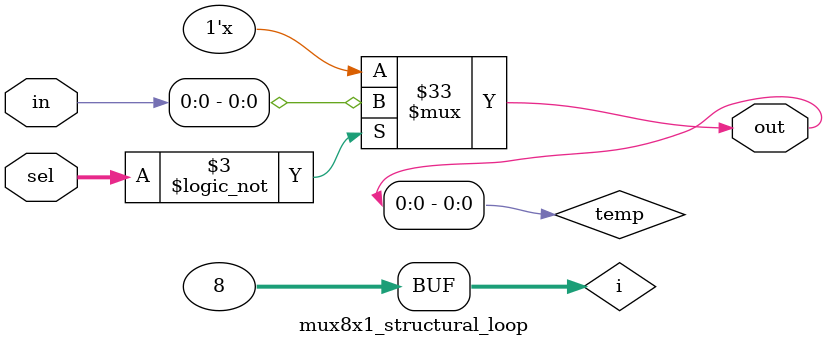
<source format=v>
module mux8x1_structural_loop(input [7:0] in,
                              input [2:0] sel,
                              output reg out);

    reg [7:0] temp;

    integer i;
    always @* begin
        for (i = 0; i < 8; i = i + 1) begin
            if (sel == i)
                temp[i] = in[i];
            else
                temp[i] = 1'bx;
        end
    end 

    assign out = temp;

endmodule

</source>
